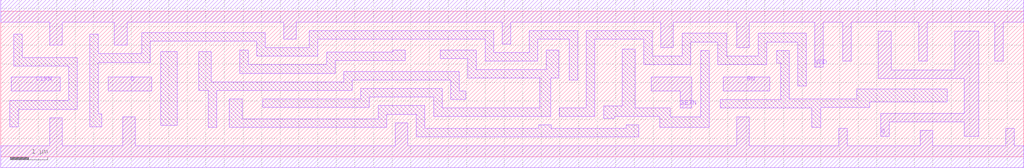
<source format=lef>
# Copyright 2022 GlobalFoundries PDK Authors
#
# Licensed under the Apache License, Version 2.0 (the "License");
# you may not use this file except in compliance with the License.
# You may obtain a copy of the License at
#
#      http://www.apache.org/licenses/LICENSE-2.0
#
# Unless required by applicable law or agreed to in writing, software
# distributed under the License is distributed on an "AS IS" BASIS,
# WITHOUT WARRANTIES OR CONDITIONS OF ANY KIND, either express or implied.
# See the License for the specific language governing permissions and
# limitations under the License.

MACRO gf180mcu_fd_sc_mcu7t5v0__dffnrsnq_4
  CLASS core ;
  FOREIGN gf180mcu_fd_sc_mcu7t5v0__dffnrsnq_4 0.0 0.0 ;
  ORIGIN 0 0 ;
  SYMMETRY X Y ;
  SITE GF018hv5v_mcu_sc7 ;
  SIZE 27.44 BY 3.92 ;
  PIN D
    DIRECTION INPUT ;
    ANTENNAGATEAREA 0.433 ;
    PORT
      LAYER METAL1 ;
        POLYGON 2.89 1.77 4.05 1.77 4.05 2.15 2.89 2.15  ;
    END
  END D
  PIN RN
    DIRECTION INPUT ;
    ANTENNAGATEAREA 1.284 ;
    PORT
      LAYER METAL1 ;
        POLYGON 19.38 1.77 20.63 1.77 20.63 2.15 19.38 2.15  ;
    END
  END RN
  PIN SETN
    DIRECTION INPUT ;
    ANTENNAGATEAREA 1.1495 ;
    PORT
      LAYER METAL1 ;
        POLYGON 17.45 1.77 18.225 1.77 18.225 1.32 18.54 1.32 18.54 2.15 17.45 2.15  ;
    END
  END SETN
  PIN CLKN
    DIRECTION INPUT ;
    USE clock ;
    ANTENNAGATEAREA 0.6755 ;
    PORT
      LAYER METAL1 ;
        POLYGON 0.28 1.77 1.59 1.77 1.59 2.15 0.28 2.15  ;
    END
  END CLKN
  PIN Q
    DIRECTION OUTPUT ;
    ANTENNADIFFAREA 2.1112 ;
    PORT
      LAYER METAL1 ;
        POLYGON 23.545 2.1 25.39 2.1 25.85 2.1 25.85 1.17 23.6 1.17 23.6 0.55 23.83 0.55 23.83 0.94 25.84 0.94 25.84 0.55 26.23 0.55 26.23 3.38 25.585 3.38 25.585 2.33 25.39 2.33 23.885 2.33 23.885 3.38 23.545 3.38  ;
    END
  END Q
  PIN VDD
    DIRECTION INOUT ;
    USE power ;
    SHAPE ABUTMENT ;
    PORT
      LAYER METAL1 ;
        POLYGON 0 3.62 1.31 3.62 1.31 3.005 1.65 3.005 1.65 3.62 2.055 3.62 3.05 3.62 3.05 3 3.39 3 3.39 3.62 7.585 3.62 7.585 3.165 7.93 3.165 7.93 3.62 13.45 3.62 13.45 3.035 13.68 3.035 13.68 3.62 15.48 3.62 17.705 3.62 17.705 2.94 18.045 2.94 18.045 3.62 19.745 3.62 19.745 2.94 20.085 2.94 20.085 3.62 21.61 3.62 21.84 3.62 21.84 2.415 22.07 2.415 22.07 3.62 22.58 3.62 22.58 2.57 22.81 2.57 22.81 3.62 24.62 3.62 24.62 2.57 24.85 2.57 24.85 3.62 25.39 3.62 26.66 3.62 26.66 2.57 26.89 2.57 26.89 3.62 27.44 3.62 27.44 4.22 25.39 4.22 21.61 4.22 15.48 4.22 2.055 4.22 0 4.22  ;
    END
  END VDD
  PIN VSS
    DIRECTION INOUT ;
    USE ground ;
    SHAPE ABUTMENT ;
    PORT
      LAYER METAL1 ;
        POLYGON 0 -0.3 27.44 -0.3 27.44 0.3 27.19 0.3 27.19 0.765 26.96 0.765 26.96 0.3 25.005 0.3 25.005 0.71 24.665 0.71 24.665 0.3 22.71 0.3 22.71 0.765 22.48 0.765 22.48 0.3 20.085 0.3 20.085 1.075 19.745 1.075 19.745 0.3 10.92 0.3 10.92 0.915 10.58 0.915 10.58 0.3 3.61 0.3 3.61 1.075 3.27 1.075 3.27 0.3 1.65 0.3 1.65 1.05 1.31 1.05 1.31 0.3 0 0.3  ;
    END
  END VSS
  OBS
      LAYER METAL1 ;
        POLYGON 0.345 2.435 1.825 2.435 1.825 1.51 0.245 1.51 0.245 0.81 0.475 0.81 0.475 1.28 2.055 1.28 2.055 2.67 0.575 2.67 0.575 3.3 0.345 3.3  ;
        POLYGON 4.29 0.845 4.73 0.845 4.73 2.83 4.29 2.83  ;
        POLYGON 6.405 2.245 8.97 2.245 8.97 2.585 10.85 2.585 10.85 2.875 10.51 2.875 10.51 2.815 8.74 2.815 8.74 2.475 6.635 2.475 6.635 2.87 6.405 2.87  ;
        POLYGON 5.31 1.785 5.565 1.785 5.565 0.79 5.795 0.79 5.795 1.785 9.43 1.785 9.43 2.07 12.07 2.07 12.07 1.545 12.47 1.545 12.47 1.775 12.3 1.775 12.3 2.3 9.2 2.3 9.2 2.015 5.65 2.015 5.65 2.83 5.31 2.83  ;
        POLYGON 11.79 2.645 12.53 2.645 12.53 2.115 14.465 2.115 14.465 1.315 11.84 1.315 11.84 1.835 9.66 1.835 9.66 1.555 7.03 1.555 7.03 1.325 9.89 1.325 9.89 1.605 11.61 1.605 11.61 1.085 14.75 1.085 14.75 2.125 14.975 2.125 14.975 2.875 14.635 2.875 14.635 2.345 12.76 2.345 12.76 2.875 11.79 2.875  ;
        POLYGON 2.615 2.54 4.015 2.54 4.015 3.105 6.865 3.105 6.865 2.705 8.51 2.705 8.51 3.16 12.99 3.16 12.99 2.575 14.405 2.575 14.405 3.16 15.25 3.16 15.25 2.07 15.48 2.07 15.48 3.39 14.175 3.39 14.175 2.805 13.22 2.805 13.22 3.39 8.28 3.39 8.28 2.935 7.095 2.935 7.095 3.335 3.785 3.335 3.785 2.77 2.615 2.77 2.615 3.3 2.385 3.3 2.385 0.81 2.715 0.81 2.715 1.15 2.615 1.15  ;
        POLYGON 6.135 0.79 10.35 0.79 10.35 1.145 11.15 1.145 11.15 0.53 17.115 0.53 17.115 0.855 16.775 0.855 16.775 0.76 14.77 0.76 14.77 0.855 14.43 0.855 14.43 0.76 11.38 0.76 11.38 1.375 10.12 1.375 10.12 1.02 6.475 1.02 6.475 1.555 6.135 1.555  ;
        POLYGON 16.17 1.03 16.455 1.03 16.455 1.085 17.675 1.085 17.675 0.79 19.01 0.79 19.01 2.855 18.78 2.855 18.78 1.075 17.96 1.075 17.96 1.315 17.015 1.315 17.015 2.895 16.675 2.895 16.675 1.37 16.17 1.37  ;
        POLYGON 14.98 1.085 15.94 1.085 15.94 3.16 17.245 3.16 17.245 2.475 18.505 2.475 18.505 3.085 19.24 3.085 19.24 2.48 20.545 2.48 20.545 3.085 21.38 3.085 21.38 1.91 21.61 1.91 21.61 3.32 20.315 3.32 20.315 2.71 19.47 2.71 19.47 3.32 18.275 3.32 18.275 2.71 17.475 2.71 17.475 3.39 15.71 3.39 15.71 1.315 14.98 1.315  ;
        POLYGON 20.82 2.515 20.92 2.515 20.92 1.54 19.305 1.54 19.305 1.31 21.76 1.31 21.76 0.79 21.99 0.79 21.99 1.33 23.305 1.33 23.305 1.475 25.39 1.475 25.39 1.82 22.965 1.82 22.965 1.56 21.15 1.56 21.15 2.855 20.82 2.855  ;
  END
END gf180mcu_fd_sc_mcu7t5v0__dffnrsnq_4

</source>
